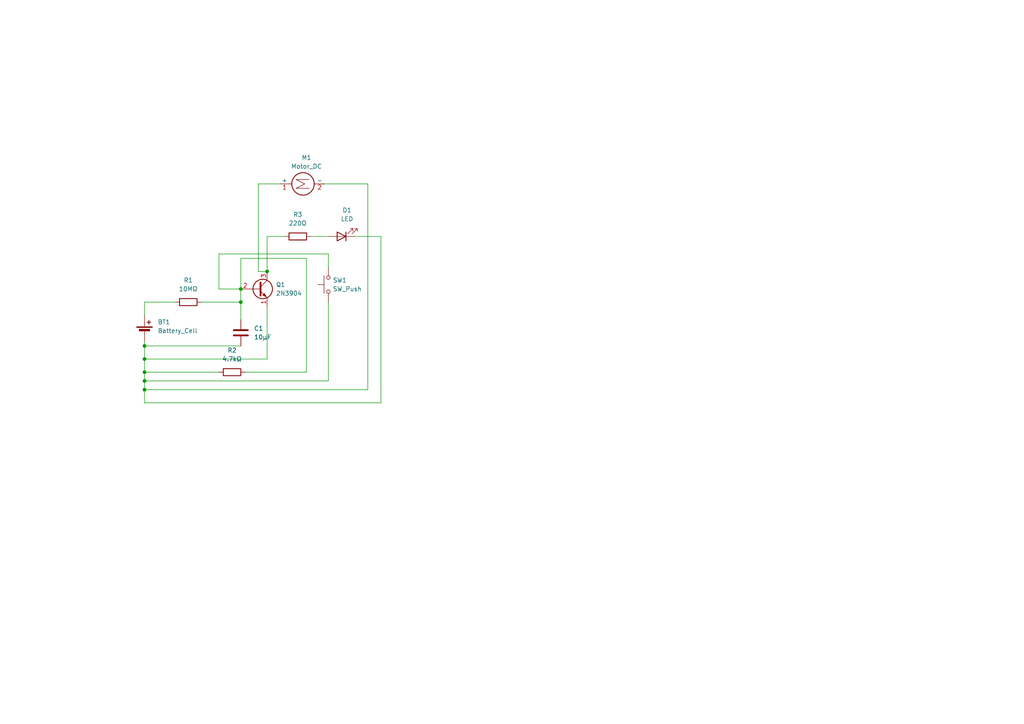
<source format=kicad_sch>
(kicad_sch (version 20250114) (generator "eeschema") (generator_version "9.0")
  (paper "A4")
  (lib_symbols
    (symbol "Device:Battery_Cell" (pin_numbers (hide yes)) (pin_names (offset 0) (hide yes))
      (property "Reference" "BT" (at 2.54 2.54 0))
      (property "Value" "Battery_Cell" (at 2.54 0 0))
      (symbol "Battery_Cell_0_1"
        (rectangle (start -2.286 1.778) (end 2.286 1.524) (fill (type outline)))
        (rectangle (start -1.524 1.016) (end 1.524 0.508) (fill (type outline)))
        (polyline (pts (xy 0 1.778) (xy 0 2.54)))
        (polyline (pts (xy 0 0.762) (xy 0 0)))
        (polyline (pts (xy 0.762 3.048) (xy 1.778 3.048)) (stroke (width 0.254)))
        (polyline (pts (xy 1.27 3.556) (xy 1.27 2.54)) (stroke (width 0.254)))
      )
      (symbol "Battery_Cell_1_1"
        (pin passive line (at 0 5.08 270) (length 2.54) (name "+") (number "1"))
        (pin passive line (at 0 -2.54 90) (length 2.54) (name "-") (number "2"))
      )
    )
    (symbol "Device:C" (pin_numbers (hide yes)) (pin_names (offset 0.254))
      (property "Reference" "C" (at 0.635 2.54 0))
      (property "Value" "C" (at 0.635 -2.54 0))
      (symbol "C_0_1"
        (polyline (pts (xy -2.032 0.762) (xy 2.032 0.762)) (stroke (width 0.508)))
        (polyline (pts (xy -2.032 -0.762) (xy 2.032 -0.762)) (stroke (width 0.508)))
      )
      (symbol "C_1_1"
        (pin passive line (at 0 3.81 270) (length 2.794) (name "~") (number "1"))
        (pin passive line (at 0 -3.81 90) (length 2.794) (name "~") (number "2"))
      )
    )
    (symbol "Device:LED" (pin_numbers (hide yes)) (pin_names (offset 1.016) (hide yes))
      (property "Reference" "D" (at 0 2.54 0))
      (property "Value" "LED" (at 0 -2.54 0))
      (symbol "LED_0_1"
        (polyline (pts (xy -3.048 -0.762) (xy -4.572 -2.286) (xy -3.81 -2.286) (xy -4.572 -2.286) (xy -4.572 -1.524)))
        (polyline (pts (xy -1.778 -0.762) (xy -3.302 -2.286) (xy -2.54 -2.286) (xy -3.302 -2.286) (xy -3.302 -1.524)))
        (polyline (pts (xy -1.27 0) (xy 1.27 0)))
        (polyline (pts (xy -1.27 -1.27) (xy -1.27 1.27)) (stroke (width 0.254)))
        (polyline (pts (xy 1.27 -1.27) (xy 1.27 1.27) (xy -1.27 0) (xy 1.27 -1.27)) (stroke (width 0.254)))
      )
      (symbol "LED_1_1"
        (pin passive line (at -3.81 0 0) (length 2.54) (name "K") (number "1"))
        (pin passive line (at 3.81 0 180) (length 2.54) (name "A") (number "2"))
      )
    )
    (symbol "Device:R" (pin_numbers (hide yes)) (pin_names (offset 0))
      (property "Reference" "R" (at 2.032 0 90))
      (property "Value" "R" (at 0 0 90))
      (symbol "R_0_1"
        (rectangle (start -1.016 -2.54) (end 1.016 2.54) (stroke (width 0.254)))
      )
      (symbol "R_1_1"
        (pin passive line (at 0 3.81 270) (length 1.27) (name "~") (number "1"))
        (pin passive line (at 0 -3.81 90) (length 1.27) (name "~") (number "2"))
      )
    )
    (symbol "Motor:Motor_DC" (pin_names (offset 0))
      (property "Reference" "M" (at 2.54 2.54 0))
      (property "Value" "Motor_DC" (at 2.54 -5.08 0))
      (symbol "Motor_DC_0_0"
        (polyline (pts (xy -1.27 -3.302) (xy -1.27 0.508) (xy 0 -2.032) (xy 1.27 0.508) (xy 1.27 -3.302)))
      )
      (symbol "Motor_DC_0_1"
        (polyline (pts (xy 0 2.032) (xy 0 2.54)))
        (polyline (pts (xy 0 1.7272) (xy 0 2.0828)))
        (circle (center 0 -1.524) (radius 3.2512) (stroke (width 0.254)))
        (polyline (pts (xy 0 -4.7752) (xy 0 -5.1816)))
        (polyline (pts (xy 0 -7.62) (xy 0 -7.112)))
      )
      (symbol "Motor_DC_1_1"
        (pin passive line (at 0 5.08 270) (length 2.54) (name "+") (number "1"))
        (pin passive line (at 0 -7.62 90) (length 2.54) (name "-") (number "2"))
      )
    )
    (symbol "Switch:SW_Push" (pin_numbers (hide yes)) (pin_names (offset 1.016) (hide yes))
      (property "Reference" "SW" (at 1.27 2.54 0))
      (property "Value" "SW_Push" (at 0 -1.524 0))
      (symbol "SW_Push_0_1"
        (circle (center -2.032 0) (radius 0.508))
        (polyline (pts (xy 0 1.27) (xy 0 3.048)))
        (circle (center 2.032 0) (radius 0.508))
        (polyline (pts (xy 2.54 1.27) (xy -2.54 1.27)))
        (pin passive line (at -5.08 0 0) (length 2.54) (name "1") (number "1"))
        (pin passive line (at 5.08 0 180) (length 2.54) (name "2") (number "2"))
      )
    )
    (symbol "Transistor_BJT:2N3904" (pin_names (offset 0) (hide yes))
      (property "Reference" "Q" (at 5.08 1.905 0))
      (property "Value" "2N3904" (at 5.08 0 0))
      (symbol "2N3904_0_1"
        (polyline (pts (xy -2.54 0) (xy 0.635 0)))
        (polyline (pts (xy 0.635 1.905) (xy 0.635 -1.905)) (stroke (width 0.508)))
        (circle (center 1.27 0) (radius 2.8194) (stroke (width 0.254)))
      )
      (symbol "2N3904_1_1"
        (polyline (pts (xy 0.635 0.635) (xy 2.54 2.54)))
        (polyline (pts (xy 0.635 -0.635) (xy 2.54 -2.54)))
        (polyline (pts (xy 1.27 -1.778) (xy 1.778 -1.27) (xy 2.286 -2.286) (xy 1.27 -1.778)) (fill (type outline)))
        (pin input line (at -5.08 0 0) (length 2.54) (name "B") (number "2"))
        (pin passive line (at 2.54 5.08 270) (length 2.54) (name "C") (number "3"))
        (pin passive line (at 2.54 -5.08 90) (length 2.54) (name "E") (number "1"))
      )
    )
  )
  (junction (at 41.91 113.03))
  (junction (at 69.85 83.82))
  (junction (at 41.91 100.33))
  (junction (at 77.47 78.74))
  (junction (at 41.91 110.49))
  (junction (at 41.91 104.14))
  (junction (at 69.85 87.63))
  (junction (at 41.91 107.95))
  (wire (pts (xy 95.25 87.63) (xy 95.25 110.49)))
  (wire (pts (xy 41.91 100.33) (xy 69.85 100.33)))
  (wire (pts (xy 74.93 78.74) (xy 74.93 53.34)))
  (wire (pts (xy 88.9 107.95) (xy 71.12 107.95)))
  (wire (pts (xy 106.68 113.03) (xy 41.91 113.03)))
  (wire (pts (xy 77.47 78.74) (xy 77.47 68.58)))
  (wire (pts (xy 58.42 87.63) (xy 69.85 87.63)))
  (wire (pts (xy 77.47 88.9) (xy 77.47 104.14)))
  (wire (pts (xy 110.49 116.84) (xy 41.91 116.84)))
  (wire (pts (xy 41.91 104.14) (xy 41.91 100.33)))
  (wire (pts (xy 106.68 53.34) (xy 106.68 113.03)))
  (wire (pts (xy 69.85 87.63) (xy 69.85 92.71)))
  (wire (pts (xy 93.98 53.34) (xy 106.68 53.34)))
  (wire (pts (xy 77.47 78.74) (xy 74.93 78.74)))
  (wire (pts (xy 69.85 83.82) (xy 63.5 83.82)))
  (wire (pts (xy 41.91 107.95) (xy 41.91 104.14)))
  (wire (pts (xy 102.87 68.58) (xy 110.49 68.58)))
  (wire (pts (xy 90.17 68.58) (xy 95.25 68.58)))
  (wire (pts (xy 95.25 73.66) (xy 95.25 77.47)))
  (wire (pts (xy 95.25 110.49) (xy 41.91 110.49)))
  (wire (pts (xy 41.91 110.49) (xy 41.91 107.95)))
  (wire (pts (xy 50.8 87.63) (xy 41.91 87.63)))
  (wire (pts (xy 77.47 68.58) (xy 82.55 68.58)))
  (wire (pts (xy 69.85 83.82) (xy 69.85 74.93)))
  (wire (pts (xy 41.91 116.84) (xy 41.91 113.03)))
  (wire (pts (xy 63.5 83.82) (xy 63.5 73.66)))
  (wire (pts (xy 88.9 74.93) (xy 88.9 107.95)))
  (wire (pts (xy 41.91 87.63) (xy 41.91 91.44)))
  (wire (pts (xy 69.85 74.93) (xy 88.9 74.93)))
  (wire (pts (xy 77.47 104.14) (xy 41.91 104.14)))
  (wire (pts (xy 63.5 107.95) (xy 41.91 107.95)))
  (wire (pts (xy 63.5 73.66) (xy 95.25 73.66)))
  (wire (pts (xy 74.93 53.34) (xy 81.28 53.34)))
  (wire (pts (xy 41.91 99.06) (xy 41.91 100.33)))
  (wire (pts (xy 69.85 83.82) (xy 69.85 87.63)))
  (wire (pts (xy 41.91 113.03) (xy 41.91 110.49)))
  (wire (pts (xy 110.49 68.58) (xy 110.49 116.84)))
  (symbol (lib_id "Switch:SW_Push") (at 95.25 82.55 90) (unit 1)
    (property "Reference" "SW1" (at 96.52 81.2799 90) (effects (justify right)))
    (property "Value" "SW_Push" (at 96.52 83.8199 90) (effects (justify right)))
    (property "Footprint" "Button_Switch_THT:SW_PUSH_6mm" (effects (hide yes)))
    (property "Description" "Push button switch, generic, two pins" (effects (hide yes)))
  )
  (symbol (lib_id "Device:C") (at 69.85 96.52 0) (unit 1)
    (property "Reference" "C1" (at 73.66 95.2499 0) (effects (justify left)))
    (property "Value" "10µF" (at 73.66 97.7899 0) (effects (justify left)))
    (property "Footprint" "Capacitor_THT:CP_Radial_D8.0mm_P5.00mm" (effects (hide yes)))
    (property "Description" "Unpolarized capacitor" (effects (hide yes)))
  )
  (symbol (lib_id "Device:R") (at 54.61 87.63 90) (unit 1)
    (property "Reference" "R1" (at 54.61 81.28 90))
    (property "Value" "10MΩ" (at 54.61 83.82 90))
    (property "Footprint" "Resistor_THT:R_Axial_DIN0207_L6.3mm_D2.5mm_P7.62mm_Horizontal" (effects (hide yes)))
    (property "Description" "Resistor" (effects (hide yes)))
  )
  (symbol (lib_id "Device:LED") (at 99.06 68.58 180) (unit 1)
    (property "Reference" "D1" (at 100.6475 60.96 0))
    (property "Value" "LED" (at 100.6475 63.5 0))
    (property "Footprint" "LED_THT:LED_D5.0mm" (effects (hide yes)))
    (property "Description" "Light emitting diode" (effects (hide yes)))
    (property "Sim.Pins" "1=K 2=A" (effects (hide yes)))
  )
  (symbol (lib_id "Device:R") (at 67.31 107.95 90) (unit 1)
    (property "Reference" "R2" (at 67.31 101.6 90))
    (property "Value" "4.7kΩ" (at 67.31 104.14 90))
    (property "Footprint" "Resistor_THT:R_Axial_DIN0207_L6.3mm_D2.5mm_P7.62mm_Horizontal" (effects (hide yes)))
    (property "Description" "Resistor" (effects (hide yes)))
  )
  (symbol (lib_id "Transistor_BJT:2N3904") (at 74.93 83.82 0) (unit 1)
    (property "Reference" "Q1" (at 80.01 82.5499 0) (effects (justify left)))
    (property "Value" "2N3904" (at 80.01 85.0899 0) (effects (justify left)))
    (property "Footprint" "Package_TO_SOT_THT:TO-92L_HandSolder" (effects (hide yes)))
    (property "Datasheet" "https://www.onsemi.com/pub/Collateral/2N3903-D.PDF" (effects (hide yes)))
    (property "Description" "0.2A Ic, 40V Vce, Small Signal NPN Transistor, TO-92" (effects (hide yes)))
  )
  (symbol (lib_id "Device:Battery_Cell") (at 41.91 96.52 0) (unit 1)
    (property "Reference" "BT1" (at 45.72 93.4084 0) (effects (justify left)))
    (property "Value" "Battery_Cell" (at 45.72 95.9484 0) (effects (justify left)))
    (property "Footprint" "Battery:BatteryHolder_Keystone_3034_1x20mm" (effects (hide yes)))
    (property "Description" "Single-cell battery" (effects (hide yes)))
  )
  (symbol (lib_id "Motor:Motor_DC") (at 86.36 53.34 90) (unit 1)
    (property "Reference" "M1" (at 88.9 45.72 90))
    (property "Value" "Motor_DC" (at 88.9 48.26 90))
    (property "Footprint" "Connector_PinHeader_2.54mm:PinHeader_1x02_P2.54mm_Vertical" (effects (hide yes)))
    (property "Description" "DC Motor" (effects (hide yes)))
  )
  (symbol (lib_id "Device:R") (at 86.36 68.58 90) (unit 1)
    (property "Reference" "R3" (at 86.36 62.23 90))
    (property "Value" "220Ω" (at 86.36 64.77 90))
    (property "Footprint" "Resistor_THT:R_Axial_DIN0207_L6.3mm_D2.5mm_P7.62mm_Horizontal" (effects (hide yes)))
    (property "Description" "Resistor" (effects (hide yes)))
  )
)
</source>
